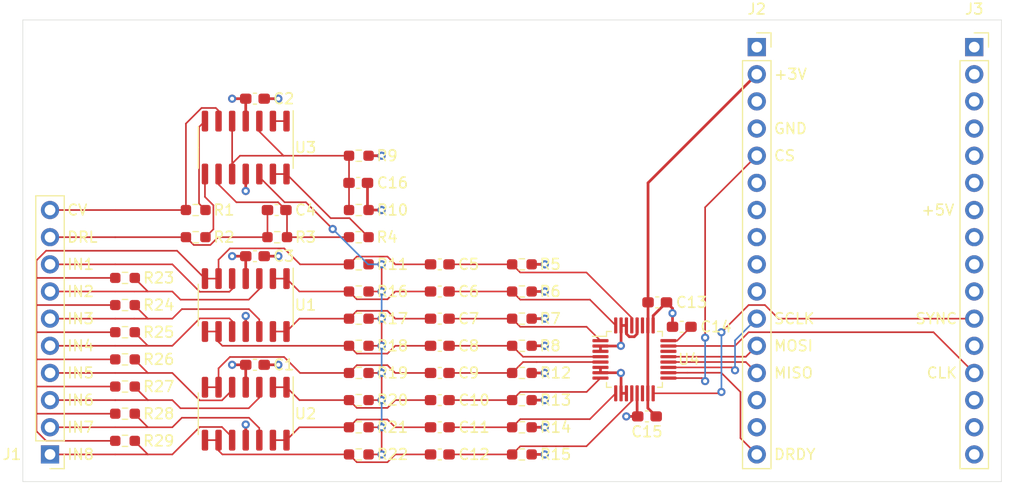
<source format=kicad_pcb>
(kicad_pcb (version 20171130) (host pcbnew 5.1.12-84ad8e8a86~92~ubuntu20.04.1)
  (layers (0 F.Cu signal) (1 In1.Cu power hide) (2 In2.Cu power hide) (31 B.Cu signal) (34 B.Paste user) (35 F.Paste user) (36 B.SilkS user) (37 F.SilkS user) (38 B.Mask user) (39 F.Mask user) (44 Edge.Cuts user))
  (net 0 "")
  (net 1 GND)
  (net 2 +5V)
  (net 3 /DRL)
  (net 4 /IN0_ADC)
  (net 5 /IN0_FILT)
  (net 6 /IN1_ADC)
  (net 7 /IN1_FILT)
  (net 8 /IN2_ADC)
  (net 9 /IN2_FILT)
  (net 10 /IN3_FILT)
  (net 11 /IN3_ADC)
  (net 12 /IN4_FILT)
  (net 13 /IN4_ADC)
  (net 14 /IN5_ADC)
  (net 15 /IN5_FILT)
  (net 16 /IN6_FILT)
  (net 17 /IN6_ADC)
  (net 18 /IN7_ADC)
  (net 19 /IN7_FILT)
  (net 20 +3V3)
  (net 21 "Net-(C14-Pad2)")
  (net 22 /2.5V_out)
  (net 23 "Net-(J2-Pad1)")
  (net 24 "Net-(J3-Pad1)")
  (net 25 "Net-(J3-Pad2)")
  (net 26 /2.5V_ref)
  (net 27 /VCM)
  (net 28 /IN0)
  (net 29 /IN1)
  (net 30 /IN2)
  (net 31 /IN3)
  (net 32 /IN7)
  (net 33 /IN6)
  (net 34 /IN5)
  (net 35 /IN4)
  (net 36 "Net-(U4-Pad14)")
  (net 37 SYNC)
  (net 38 /CS)
  (net 39 /DRDY)
  (net 40 SCLK)
  (net 41 MISO)
  (net 42 MOSI)
  (net 43 "Net-(U4-Pad22)")
  (net 44 CLK)
  (net 45 "Net-(U4-Pad27)")
  (net 46 "Net-(J2-Pad3)")
  (net 47 "Net-(J2-Pad6)")
  (net 48 "Net-(J2-Pad7)")
  (net 49 "Net-(J2-Pad8)")
  (net 50 "Net-(J2-Pad9)")
  (net 51 "Net-(J2-Pad10)")
  (net 52 "Net-(J2-Pad14)")
  (net 53 "Net-(J2-Pad15)")
  (net 54 "Net-(J3-Pad16)")
  (net 55 "Net-(J3-Pad15)")
  (net 56 "Net-(J3-Pad14)")
  (net 57 "Net-(J3-Pad12)")
  (net 58 "Net-(J3-Pad10)")
  (net 59 "Net-(J3-Pad9)")
  (net 60 "Net-(J3-Pad8)")
  (net 61 "Net-(J3-Pad6)")
  (net 62 "Net-(J3-Pad5)")
  (net 63 "Net-(J3-Pad4)")
  (net 64 "Net-(J3-Pad3)")
  (net 65 "Net-(C4-Pad1)")
  (net 66 "Net-(R1-Pad2)")
  (net 67 "Net-(R2-Pad1)")
  (net 68 "Net-(R4-Pad1)")
  (net 69 "Net-(U3-Pad1)")
  (module Package_SO:SOIC-14_3.9x8.7mm_P1.27mm (layer F.Cu) (at 112.268 77.978 270)
    (fp_text reference U3 (at 0 -5.588 180) (layer F.SilkS))
    (fp_text value LMV604MA_NOPB)
    (pad 1 smd roundrect (at -2.475 -3.81 270) (size 1.95 0.6) (layers F.Cu F.Paste F.Mask) (net 69 "Net-(U3-Pad1)"))
    (pad 2 smd roundrect (at -2.475 -2.54 270) (size 1.95 0.6) (layers F.Cu F.Paste F.Mask) (net 69 "Net-(U3-Pad1)"))
    (pad 3 smd roundrect (at -2.475 -1.27 270) (size 1.95 0.6) (layers F.Cu F.Paste F.Mask) (net 26 /2.5V_ref))
    (pad 4 smd roundrect (at -2.475 0 270) (size 1.95 0.6) (layers F.Cu F.Paste F.Mask) (net 2 +5V))
    (pad 5 smd roundrect (at -2.475 1.27 270) (size 1.95 0.6) (layers F.Cu F.Paste F.Mask) (net 26 /2.5V_ref))
    (pad 6 smd roundrect (at -2.475 2.54 270) (size 1.95 0.6) (layers F.Cu F.Paste F.Mask) (net 22 /2.5V_out))
    (pad 7 smd roundrect (at -2.475 3.81 270) (size 1.95 0.6) (layers F.Cu F.Paste F.Mask) (net 66 "Net-(R1-Pad2)"))
    (pad 8 smd roundrect (at 2.475 3.81 270) (size 1.95 0.6) (layers F.Cu F.Paste F.Mask) (net 67 "Net-(R2-Pad1)"))
    (pad 9 smd roundrect (at 2.475 2.54 270) (size 1.95 0.6) (layers F.Cu F.Paste F.Mask) (net 65 "Net-(C4-Pad1)"))
    (pad 10 smd roundrect (at 2.475 1.27 270) (size 1.95 0.6) (layers F.Cu F.Paste F.Mask) (net 26 /2.5V_ref))
    (pad 11 smd roundrect (at 2.475 0 270) (size 1.95 0.6) (layers F.Cu F.Paste F.Mask) (net 1 GND))
    (pad 12 smd roundrect (at 2.475 -1.27 270) (size 1.95 0.6) (layers F.Cu F.Paste F.Mask) (net 27 /VCM))
    (pad 13 smd roundrect (at 2.475 -2.54 270) (size 1.95 0.6) (layers F.Cu F.Paste F.Mask) (net 68 "Net-(R4-Pad1)"))
    (pad 14 smd roundrect (at 2.475 -3.81 270) (size 1.95 0.6) (layers F.Cu F.Paste F.Mask) (net 68 "Net-(R4-Pad1)"))
  )
  (module Package_SO:SOIC-14_3.9x8.7mm_P1.27mm (layer F.Cu) (at 112.268 102.87 270)
    (fp_text reference U2 (at 0 -5.588 180) (layer F.SilkS))
    (fp_text value LMV604MA_NOPB)
    (pad 14 smd roundrect (at 2.475 -3.81 270) (size 1.95 0.6) (layers F.Cu F.Paste F.Mask) (net 16 /IN6_FILT))
    (pad 13 smd roundrect (at 2.475 -2.54 270) (size 1.95 0.6) (layers F.Cu F.Paste F.Mask) (net 16 /IN6_FILT))
    (pad 12 smd roundrect (at 2.475 -1.27 270) (size 1.95 0.6) (layers F.Cu F.Paste F.Mask) (net 33 /IN6))
    (pad 11 smd roundrect (at 2.475 0 270) (size 1.95 0.6) (layers F.Cu F.Paste F.Mask) (net 1 GND))
    (pad 10 smd roundrect (at 2.475 1.27 270) (size 1.95 0.6) (layers F.Cu F.Paste F.Mask) (net 32 /IN7))
    (pad 9 smd roundrect (at 2.475 2.54 270) (size 1.95 0.6) (layers F.Cu F.Paste F.Mask) (net 19 /IN7_FILT))
    (pad 8 smd roundrect (at 2.475 3.81 270) (size 1.95 0.6) (layers F.Cu F.Paste F.Mask) (net 19 /IN7_FILT))
    (pad 7 smd roundrect (at -2.475 3.81 270) (size 1.95 0.6) (layers F.Cu F.Paste F.Mask) (net 12 /IN4_FILT))
    (pad 6 smd roundrect (at -2.475 2.54 270) (size 1.95 0.6) (layers F.Cu F.Paste F.Mask) (net 12 /IN4_FILT))
    (pad 5 smd roundrect (at -2.475 1.27 270) (size 1.95 0.6) (layers F.Cu F.Paste F.Mask) (net 35 /IN4))
    (pad 4 smd roundrect (at -2.475 0 270) (size 1.95 0.6) (layers F.Cu F.Paste F.Mask) (net 2 +5V))
    (pad 3 smd roundrect (at -2.475 -1.27 270) (size 1.95 0.6) (layers F.Cu F.Paste F.Mask) (net 34 /IN5))
    (pad 2 smd roundrect (at -2.475 -2.54 270) (size 1.95 0.6) (layers F.Cu F.Paste F.Mask) (net 15 /IN5_FILT))
    (pad 1 smd roundrect (at -2.475 -3.81 270) (size 1.95 0.6) (layers F.Cu F.Paste F.Mask) (net 15 /IN5_FILT))
  )
  (module Capacitor_SMD:C_0603_1608Metric_Pad1.08x0.95mm_HandSolder (layer F.Cu) (at 113.1305 98.298)
    (fp_text reference C1 (at 2.6935 0) (layer F.SilkS))
    (fp_text value 1uF)
    (pad 2 smd roundrect (at 0.8625 0) (size 1.075 0.95) (layers F.Cu F.Paste F.Mask) (net 1 GND))
    (pad 1 smd roundrect (at -0.8625 0) (size 1.075 0.95) (layers F.Cu F.Paste F.Mask) (net 2 +5V))
  )
  (module Capacitor_SMD:C_0603_1608Metric_Pad1.08x0.95mm_HandSolder (layer F.Cu) (at 113.1305 73.406)
    (fp_text reference C2 (at 2.6935 0) (layer F.SilkS))
    (fp_text value 1uF)
    (pad 2 smd roundrect (at 0.8625 0) (size 1.075 0.95) (layers F.Cu F.Paste F.Mask) (net 1 GND))
    (pad 1 smd roundrect (at -0.8625 0) (size 1.075 0.95) (layers F.Cu F.Paste F.Mask) (net 2 +5V))
  )
  (module Capacitor_SMD:C_0603_1608Metric_Pad1.08x0.95mm_HandSolder (layer F.Cu) (at 113.1305 88.138)
    (fp_text reference C3 (at 2.6935 0) (layer F.SilkS))
    (fp_text value 1uF)
    (pad 2 smd roundrect (at 0.8625 0) (size 1.075 0.95) (layers F.Cu F.Paste F.Mask) (net 1 GND))
    (pad 1 smd roundrect (at -0.8625 0) (size 1.075 0.95) (layers F.Cu F.Paste F.Mask) (net 2 +5V))
  )
  (module Capacitor_SMD:C_0603_1608Metric_Pad1.08x0.95mm_HandSolder (layer F.Cu) (at 115.1625 83.82 180)
    (fp_text reference C4 (at -2.6935 0) (layer F.SilkS))
    (fp_text value 10nF)
    (pad 1 smd roundrect (at -0.8625 0 180) (size 1.075 0.95) (layers F.Cu F.Paste F.Mask) (net 65 "Net-(C4-Pad1)"))
    (pad 2 smd roundrect (at 0.8625 0 180) (size 1.075 0.95) (layers F.Cu F.Paste F.Mask) (net 3 /DRL))
  )
  (module Capacitor_SMD:C_0603_1608Metric_Pad1.08x0.95mm_HandSolder (layer F.Cu) (at 130.4025 88.9 180)
    (fp_text reference C5 (at -2.6935 0) (layer F.SilkS))
    (fp_text value 10uF)
    (pad 1 smd roundrect (at -0.8625 0 180) (size 1.075 0.95) (layers F.Cu F.Paste F.Mask) (net 4 /IN0_ADC))
    (pad 2 smd roundrect (at 0.8625 0 180) (size 1.075 0.95) (layers F.Cu F.Paste F.Mask) (net 5 /IN0_FILT))
  )
  (module Capacitor_SMD:C_0603_1608Metric_Pad1.08x0.95mm_HandSolder (layer F.Cu) (at 130.4025 91.44 180)
    (fp_text reference C6 (at -2.6935 0) (layer F.SilkS))
    (fp_text value 10uF)
    (pad 1 smd roundrect (at -0.8625 0 180) (size 1.075 0.95) (layers F.Cu F.Paste F.Mask) (net 6 /IN1_ADC))
    (pad 2 smd roundrect (at 0.8625 0 180) (size 1.075 0.95) (layers F.Cu F.Paste F.Mask) (net 7 /IN1_FILT))
  )
  (module Capacitor_SMD:C_0603_1608Metric_Pad1.08x0.95mm_HandSolder (layer F.Cu) (at 130.4025 93.98 180)
    (fp_text reference C7 (at -2.6935 0) (layer F.SilkS))
    (fp_text value 10uF)
    (pad 1 smd roundrect (at -0.8625 0 180) (size 1.075 0.95) (layers F.Cu F.Paste F.Mask) (net 8 /IN2_ADC))
    (pad 2 smd roundrect (at 0.8625 0 180) (size 1.075 0.95) (layers F.Cu F.Paste F.Mask) (net 9 /IN2_FILT))
  )
  (module Capacitor_SMD:C_0603_1608Metric_Pad1.08x0.95mm_HandSolder (layer F.Cu) (at 130.4025 96.52 180)
    (fp_text reference C8 (at -2.6935 0) (layer F.SilkS))
    (fp_text value 10uF)
    (pad 2 smd roundrect (at 0.8625 0 180) (size 1.075 0.95) (layers F.Cu F.Paste F.Mask) (net 10 /IN3_FILT))
    (pad 1 smd roundrect (at -0.8625 0 180) (size 1.075 0.95) (layers F.Cu F.Paste F.Mask) (net 11 /IN3_ADC))
  )
  (module Capacitor_SMD:C_0603_1608Metric_Pad1.08x0.95mm_HandSolder (layer F.Cu) (at 130.4025 99.06 180)
    (fp_text reference C9 (at -2.6935 0) (layer F.SilkS))
    (fp_text value 10uF)
    (pad 2 smd roundrect (at 0.8625 0 180) (size 1.075 0.95) (layers F.Cu F.Paste F.Mask) (net 12 /IN4_FILT))
    (pad 1 smd roundrect (at -0.8625 0 180) (size 1.075 0.95) (layers F.Cu F.Paste F.Mask) (net 13 /IN4_ADC))
  )
  (module Capacitor_SMD:C_0603_1608Metric_Pad1.08x0.95mm_HandSolder (layer F.Cu) (at 130.4025 101.6 180)
    (fp_text reference C10 (at -3.2015 0) (layer F.SilkS))
    (fp_text value 10uF)
    (pad 1 smd roundrect (at -0.8625 0 180) (size 1.075 0.95) (layers F.Cu F.Paste F.Mask) (net 14 /IN5_ADC))
    (pad 2 smd roundrect (at 0.8625 0 180) (size 1.075 0.95) (layers F.Cu F.Paste F.Mask) (net 15 /IN5_FILT))
  )
  (module Capacitor_SMD:C_0603_1608Metric_Pad1.08x0.95mm_HandSolder (layer F.Cu) (at 130.4025 104.14 180)
    (fp_text reference C11 (at -3.2015 0) (layer F.SilkS))
    (fp_text value 10uF)
    (pad 2 smd roundrect (at 0.8625 0 180) (size 1.075 0.95) (layers F.Cu F.Paste F.Mask) (net 16 /IN6_FILT))
    (pad 1 smd roundrect (at -0.8625 0 180) (size 1.075 0.95) (layers F.Cu F.Paste F.Mask) (net 17 /IN6_ADC))
  )
  (module Capacitor_SMD:C_0603_1608Metric_Pad1.08x0.95mm_HandSolder (layer F.Cu) (at 130.4025 106.68 180)
    (fp_text reference C12 (at -3.2015 0) (layer F.SilkS))
    (fp_text value 10uF)
    (pad 1 smd roundrect (at -0.8625 0 180) (size 1.075 0.95) (layers F.Cu F.Paste F.Mask) (net 18 /IN7_ADC))
    (pad 2 smd roundrect (at 0.8625 0 180) (size 1.075 0.95) (layers F.Cu F.Paste F.Mask) (net 19 /IN7_FILT))
  )
  (module Capacitor_SMD:C_0603_1608Metric_Pad1.08x0.95mm_HandSolder (layer F.Cu) (at 150.7225 92.456)
    (fp_text reference C13 (at 3.2015 0) (layer F.SilkS))
    (fp_text value 1uF)
    (pad 1 smd roundrect (at -0.8625 0) (size 1.075 0.95) (layers F.Cu F.Paste F.Mask) (net 20 +3V3))
    (pad 2 smd roundrect (at 0.8625 0) (size 1.075 0.95) (layers F.Cu F.Paste F.Mask) (net 1 GND))
  )
  (module Capacitor_SMD:C_0603_1608Metric_Pad1.08x0.95mm_HandSolder (layer F.Cu) (at 153.0085 94.742)
    (fp_text reference C14 (at 3.2015 0) (layer F.SilkS))
    (fp_text value 220nF)
    (pad 2 smd roundrect (at 0.8625 0) (size 1.075 0.95) (layers F.Cu F.Paste F.Mask) (net 21 "Net-(C14-Pad2)"))
    (pad 1 smd roundrect (at -0.8625 0) (size 1.075 0.95) (layers F.Cu F.Paste F.Mask) (net 1 GND))
  )
  (module Resistor_SMD:R_0603_1608Metric_Pad0.98x0.95mm_HandSolder (layer F.Cu) (at 107.5925 83.82)
    (fp_text reference R1 (at 2.6435 0) (layer F.SilkS))
    (fp_text value 1k)
    (pad 1 smd roundrect (at -0.9125 0) (size 0.975 0.95) (layers F.Cu F.Paste F.Mask) (net 22 /2.5V_out))
    (pad 2 smd roundrect (at 0.9125 0) (size 0.975 0.95) (layers F.Cu F.Paste F.Mask) (net 66 "Net-(R1-Pad2)"))
  )
  (module Resistor_SMD:R_0603_1608Metric_Pad0.98x0.95mm_HandSolder (layer F.Cu) (at 107.5925 86.36 180)
    (fp_text reference R2 (at -2.6435 0) (layer F.SilkS))
    (fp_text value 1k)
    (pad 2 smd roundrect (at 0.9125 0 180) (size 0.975 0.95) (layers F.Cu F.Paste F.Mask) (net 3 /DRL))
    (pad 1 smd roundrect (at -0.9125 0 180) (size 0.975 0.95) (layers F.Cu F.Paste F.Mask) (net 67 "Net-(R2-Pad1)"))
  )
  (module Resistor_SMD:R_0603_1608Metric_Pad0.98x0.95mm_HandSolder (layer F.Cu) (at 115.2125 86.36 180)
    (fp_text reference R3 (at -2.6435 0) (layer F.SilkS))
    (fp_text value 255k)
    (pad 2 smd roundrect (at 0.9125 0 180) (size 0.975 0.95) (layers F.Cu F.Paste F.Mask) (net 3 /DRL))
    (pad 1 smd roundrect (at -0.9125 0 180) (size 0.975 0.95) (layers F.Cu F.Paste F.Mask) (net 65 "Net-(C4-Pad1)"))
  )
  (module Resistor_SMD:R_0603_1608Metric_Pad0.98x0.95mm_HandSolder (layer F.Cu) (at 122.8325 86.36 180)
    (fp_text reference R4 (at -2.6435 0) (layer F.SilkS))
    (fp_text value 1k)
    (pad 1 smd roundrect (at -0.9125 0 180) (size 0.975 0.95) (layers F.Cu F.Paste F.Mask) (net 68 "Net-(R4-Pad1)"))
    (pad 2 smd roundrect (at 0.9125 0 180) (size 0.975 0.95) (layers F.Cu F.Paste F.Mask) (net 65 "Net-(C4-Pad1)"))
  )
  (module Resistor_SMD:R_0603_1608Metric_Pad0.98x0.95mm_HandSolder (layer F.Cu) (at 138.0725 88.9)
    (fp_text reference R5 (at 2.6435 0) (layer F.SilkS))
    (fp_text value 50k)
    (pad 1 smd roundrect (at -0.9125 0) (size 0.975 0.95) (layers F.Cu F.Paste F.Mask) (net 4 /IN0_ADC))
    (pad 2 smd roundrect (at 0.9125 0) (size 0.975 0.95) (layers F.Cu F.Paste F.Mask) (net 1 GND))
  )
  (module Resistor_SMD:R_0603_1608Metric_Pad0.98x0.95mm_HandSolder (layer F.Cu) (at 138.0725 91.44)
    (fp_text reference R6 (at 2.6435 0) (layer F.SilkS))
    (fp_text value 50k)
    (pad 2 smd roundrect (at 0.9125 0) (size 0.975 0.95) (layers F.Cu F.Paste F.Mask) (net 1 GND))
    (pad 1 smd roundrect (at -0.9125 0) (size 0.975 0.95) (layers F.Cu F.Paste F.Mask) (net 6 /IN1_ADC))
  )
  (module Resistor_SMD:R_0603_1608Metric_Pad0.98x0.95mm_HandSolder (layer F.Cu) (at 138.0725 93.98)
    (fp_text reference R7 (at 2.6435 0) (layer F.SilkS))
    (fp_text value 50k)
    (pad 2 smd roundrect (at 0.9125 0) (size 0.975 0.95) (layers F.Cu F.Paste F.Mask) (net 1 GND))
    (pad 1 smd roundrect (at -0.9125 0) (size 0.975 0.95) (layers F.Cu F.Paste F.Mask) (net 8 /IN2_ADC))
  )
  (module Resistor_SMD:R_0603_1608Metric_Pad0.98x0.95mm_HandSolder (layer F.Cu) (at 138.0725 96.52)
    (fp_text reference R8 (at 2.6435 0) (layer F.SilkS))
    (fp_text value 50k)
    (pad 1 smd roundrect (at -0.9125 0) (size 0.975 0.95) (layers F.Cu F.Paste F.Mask) (net 11 /IN3_ADC))
    (pad 2 smd roundrect (at 0.9125 0) (size 0.975 0.95) (layers F.Cu F.Paste F.Mask) (net 1 GND))
  )
  (module Resistor_SMD:R_0603_1608Metric_Pad0.98x0.95mm_HandSolder (layer F.Cu) (at 122.8325 78.74 180)
    (fp_text reference R9 (at -2.6435 0) (layer F.SilkS))
    (fp_text value 255k)
    (pad 2 smd roundrect (at 0.9125 0 180) (size 0.975 0.95) (layers F.Cu F.Paste F.Mask) (net 26 /2.5V_ref))
    (pad 1 smd roundrect (at -0.9125 0 180) (size 0.975 0.95) (layers F.Cu F.Paste F.Mask) (net 2 +5V))
  )
  (module Resistor_SMD:R_0603_1608Metric_Pad0.98x0.95mm_HandSolder (layer F.Cu) (at 122.8325 83.82)
    (fp_text reference R10 (at 3.1515 0) (layer F.SilkS))
    (fp_text value 255k)
    (pad 1 smd roundrect (at -0.9125 0) (size 0.975 0.95) (layers F.Cu F.Paste F.Mask) (net 26 /2.5V_ref))
    (pad 2 smd roundrect (at 0.9125 0) (size 0.975 0.95) (layers F.Cu F.Paste F.Mask) (net 1 GND))
  )
  (module Resistor_SMD:R_0603_1608Metric_Pad0.98x0.95mm_HandSolder (layer F.Cu) (at 122.8325 88.9)
    (fp_text reference R11 (at 3.1515 0) (layer F.SilkS))
    (fp_text value 255k)
    (pad 1 smd roundrect (at -0.9125 0) (size 0.975 0.95) (layers F.Cu F.Paste F.Mask) (net 5 /IN0_FILT))
    (pad 2 smd roundrect (at 0.9125 0) (size 0.975 0.95) (layers F.Cu F.Paste F.Mask) (net 27 /VCM))
  )
  (module Resistor_SMD:R_0603_1608Metric_Pad0.98x0.95mm_HandSolder (layer F.Cu) (at 138.0725 99.06)
    (fp_text reference R12 (at 3.1515 0) (layer F.SilkS))
    (fp_text value 50k)
    (pad 2 smd roundrect (at 0.9125 0) (size 0.975 0.95) (layers F.Cu F.Paste F.Mask) (net 1 GND))
    (pad 1 smd roundrect (at -0.9125 0) (size 0.975 0.95) (layers F.Cu F.Paste F.Mask) (net 13 /IN4_ADC))
  )
  (module Resistor_SMD:R_0603_1608Metric_Pad0.98x0.95mm_HandSolder (layer F.Cu) (at 138.0725 101.6)
    (fp_text reference R13 (at 3.1515 0) (layer F.SilkS))
    (fp_text value 50k)
    (pad 1 smd roundrect (at -0.9125 0) (size 0.975 0.95) (layers F.Cu F.Paste F.Mask) (net 14 /IN5_ADC))
    (pad 2 smd roundrect (at 0.9125 0) (size 0.975 0.95) (layers F.Cu F.Paste F.Mask) (net 1 GND))
  )
  (module Resistor_SMD:R_0603_1608Metric_Pad0.98x0.95mm_HandSolder (layer F.Cu) (at 138.0725 104.14)
    (fp_text reference R14 (at 3.1515 0) (layer F.SilkS))
    (fp_text value 50k)
    (pad 2 smd roundrect (at 0.9125 0) (size 0.975 0.95) (layers F.Cu F.Paste F.Mask) (net 1 GND))
    (pad 1 smd roundrect (at -0.9125 0) (size 0.975 0.95) (layers F.Cu F.Paste F.Mask) (net 17 /IN6_ADC))
  )
  (module Resistor_SMD:R_0603_1608Metric_Pad0.98x0.95mm_HandSolder (layer F.Cu) (at 138.0725 106.68)
    (fp_text reference R15 (at 3.1515 0) (layer F.SilkS))
    (fp_text value 50k)
    (pad 1 smd roundrect (at -0.9125 0) (size 0.975 0.95) (layers F.Cu F.Paste F.Mask) (net 18 /IN7_ADC))
    (pad 2 smd roundrect (at 0.9125 0) (size 0.975 0.95) (layers F.Cu F.Paste F.Mask) (net 1 GND))
  )
  (module Resistor_SMD:R_0603_1608Metric_Pad0.98x0.95mm_HandSolder (layer F.Cu) (at 122.8325 91.44)
    (fp_text reference R16 (at 3.1515 0) (layer F.SilkS))
    (fp_text value 255k)
    (pad 2 smd roundrect (at 0.9125 0) (size 0.975 0.95) (layers F.Cu F.Paste F.Mask) (net 27 /VCM))
    (pad 1 smd roundrect (at -0.9125 0) (size 0.975 0.95) (layers F.Cu F.Paste F.Mask) (net 7 /IN1_FILT))
  )
  (module Resistor_SMD:R_0603_1608Metric_Pad0.98x0.95mm_HandSolder (layer F.Cu) (at 122.8325 93.98)
    (fp_text reference R17 (at 3.1515 0) (layer F.SilkS))
    (fp_text value 255k)
    (pad 2 smd roundrect (at 0.9125 0) (size 0.975 0.95) (layers F.Cu F.Paste F.Mask) (net 27 /VCM))
    (pad 1 smd roundrect (at -0.9125 0) (size 0.975 0.95) (layers F.Cu F.Paste F.Mask) (net 9 /IN2_FILT))
  )
  (module Resistor_SMD:R_0603_1608Metric_Pad0.98x0.95mm_HandSolder (layer F.Cu) (at 122.8325 96.52)
    (fp_text reference R18 (at 3.1515 0) (layer F.SilkS))
    (fp_text value 255k)
    (pad 1 smd roundrect (at -0.9125 0) (size 0.975 0.95) (layers F.Cu F.Paste F.Mask) (net 10 /IN3_FILT))
    (pad 2 smd roundrect (at 0.9125 0) (size 0.975 0.95) (layers F.Cu F.Paste F.Mask) (net 27 /VCM))
  )
  (module Resistor_SMD:R_0603_1608Metric_Pad0.98x0.95mm_HandSolder (layer F.Cu) (at 122.8325 99.06)
    (fp_text reference R19 (at 3.1515 0) (layer F.SilkS))
    (fp_text value 255k)
    (pad 2 smd roundrect (at 0.9125 0) (size 0.975 0.95) (layers F.Cu F.Paste F.Mask) (net 27 /VCM))
    (pad 1 smd roundrect (at -0.9125 0) (size 0.975 0.95) (layers F.Cu F.Paste F.Mask) (net 12 /IN4_FILT))
  )
  (module Resistor_SMD:R_0603_1608Metric_Pad0.98x0.95mm_HandSolder (layer F.Cu) (at 122.8325 101.6)
    (fp_text reference R20 (at 3.1515 0) (layer F.SilkS))
    (fp_text value 255k)
    (pad 1 smd roundrect (at -0.9125 0) (size 0.975 0.95) (layers F.Cu F.Paste F.Mask) (net 15 /IN5_FILT))
    (pad 2 smd roundrect (at 0.9125 0) (size 0.975 0.95) (layers F.Cu F.Paste F.Mask) (net 27 /VCM))
  )
  (module Resistor_SMD:R_0603_1608Metric_Pad0.98x0.95mm_HandSolder (layer F.Cu) (at 122.8325 104.14)
    (fp_text reference R21 (at 3.1515 0) (layer F.SilkS))
    (fp_text value 255k)
    (pad 2 smd roundrect (at 0.9125 0) (size 0.975 0.95) (layers F.Cu F.Paste F.Mask) (net 27 /VCM))
    (pad 1 smd roundrect (at -0.9125 0) (size 0.975 0.95) (layers F.Cu F.Paste F.Mask) (net 16 /IN6_FILT))
  )
  (module Resistor_SMD:R_0603_1608Metric_Pad0.98x0.95mm_HandSolder (layer F.Cu) (at 122.8325 106.68)
    (fp_text reference R22 (at 3.1515 0) (layer F.SilkS))
    (fp_text value 255k)
    (pad 1 smd roundrect (at -0.9125 0) (size 0.975 0.95) (layers F.Cu F.Paste F.Mask) (net 19 /IN7_FILT))
    (pad 2 smd roundrect (at 0.9125 0) (size 0.975 0.95) (layers F.Cu F.Paste F.Mask) (net 27 /VCM))
  )
  (module Package_SO:SOIC-14_3.9x8.7mm_P1.27mm (layer F.Cu) (at 112.268 92.71 270)
    (fp_text reference U1 (at 0 -5.588 180) (layer F.SilkS))
    (fp_text value LMV604MA_NOPB)
    (pad 1 smd roundrect (at -2.475 -3.81 270) (size 1.95 0.6) (layers F.Cu F.Paste F.Mask) (net 7 /IN1_FILT))
    (pad 2 smd roundrect (at -2.475 -2.54 270) (size 1.95 0.6) (layers F.Cu F.Paste F.Mask) (net 7 /IN1_FILT))
    (pad 3 smd roundrect (at -2.475 -1.27 270) (size 1.95 0.6) (layers F.Cu F.Paste F.Mask) (net 29 /IN1))
    (pad 4 smd roundrect (at -2.475 0 270) (size 1.95 0.6) (layers F.Cu F.Paste F.Mask) (net 2 +5V))
    (pad 5 smd roundrect (at -2.475 1.27 270) (size 1.95 0.6) (layers F.Cu F.Paste F.Mask) (net 28 /IN0))
    (pad 6 smd roundrect (at -2.475 2.54 270) (size 1.95 0.6) (layers F.Cu F.Paste F.Mask) (net 5 /IN0_FILT))
    (pad 7 smd roundrect (at -2.475 3.81 270) (size 1.95 0.6) (layers F.Cu F.Paste F.Mask) (net 5 /IN0_FILT))
    (pad 8 smd roundrect (at 2.475 3.81 270) (size 1.95 0.6) (layers F.Cu F.Paste F.Mask) (net 10 /IN3_FILT))
    (pad 9 smd roundrect (at 2.475 2.54 270) (size 1.95 0.6) (layers F.Cu F.Paste F.Mask) (net 10 /IN3_FILT))
    (pad 10 smd roundrect (at 2.475 1.27 270) (size 1.95 0.6) (layers F.Cu F.Paste F.Mask) (net 31 /IN3))
    (pad 11 smd roundrect (at 2.475 0 270) (size 1.95 0.6) (layers F.Cu F.Paste F.Mask) (net 1 GND))
    (pad 12 smd roundrect (at 2.475 -1.27 270) (size 1.95 0.6) (layers F.Cu F.Paste F.Mask) (net 30 /IN2))
    (pad 13 smd roundrect (at 2.475 -2.54 270) (size 1.95 0.6) (layers F.Cu F.Paste F.Mask) (net 9 /IN2_FILT))
    (pad 14 smd roundrect (at 2.475 -3.81 270) (size 1.95 0.6) (layers F.Cu F.Paste F.Mask) (net 9 /IN2_FILT))
  )
  (module Package_QFP:LQFP-32_5x5mm_P0.5mm (layer F.Cu) (at 148.59 97.79)
    (fp_text reference U4 (at 5.08 0) (layer F.SilkS))
    (fp_text value ADS131M08IPBS)
    (pad 1 smd roundrect (at -3.175 -1.75) (size 1.5 0.3) (layers F.Cu F.Paste F.Mask) (net 8 /IN2_ADC))
    (pad 2 smd roundrect (at -3.175 -1.25) (size 1.5 0.3) (layers F.Cu F.Paste F.Mask) (net 1 GND))
    (pad 3 smd roundrect (at -3.175 -0.75) (size 1.5 0.3) (layers F.Cu F.Paste F.Mask) (net 1 GND))
    (pad 4 smd roundrect (at -3.175 -0.25) (size 1.5 0.3) (layers F.Cu F.Paste F.Mask) (net 11 /IN3_ADC))
    (pad 5 smd roundrect (at -3.175 0.25) (size 1.5 0.3) (layers F.Cu F.Paste F.Mask) (net 13 /IN4_ADC))
    (pad 6 smd roundrect (at -3.175 0.75) (size 1.5 0.3) (layers F.Cu F.Paste F.Mask) (net 1 GND))
    (pad 7 smd roundrect (at -3.175 1.25) (size 1.5 0.3) (layers F.Cu F.Paste F.Mask) (net 1 GND))
    (pad 8 smd roundrect (at -3.175 1.75) (size 1.5 0.3) (layers F.Cu F.Paste F.Mask) (net 14 /IN5_ADC))
    (pad 9 smd roundrect (at -1.75 3.175) (size 0.3 1.5) (layers F.Cu F.Paste F.Mask) (net 17 /IN6_ADC))
    (pad 10 smd roundrect (at -1.25 3.175) (size 0.3 1.5) (layers F.Cu F.Paste F.Mask) (net 1 GND))
    (pad 11 smd roundrect (at -0.75 3.175) (size 0.3 1.5) (layers F.Cu F.Paste F.Mask) (net 1 GND))
    (pad 12 smd roundrect (at -0.25 3.175) (size 0.3 1.5) (layers F.Cu F.Paste F.Mask) (net 18 /IN7_ADC))
    (pad 13 smd roundrect (at 0.25 3.175) (size 0.3 1.5) (layers F.Cu F.Paste F.Mask) (net 1 GND))
    (pad 14 smd roundrect (at 0.75 3.175) (size 0.3 1.5) (layers F.Cu F.Paste F.Mask) (net 36 "Net-(U4-Pad14)"))
    (pad 15 smd roundrect (at 1.25 3.175) (size 0.3 1.5) (layers F.Cu F.Paste F.Mask) (net 20 +3V3))
    (pad 16 smd roundrect (at 1.75 3.175) (size 0.3 1.5) (layers F.Cu F.Paste F.Mask) (net 37 SYNC))
    (pad 17 smd roundrect (at 3.175 1.75) (size 1.5 0.3) (layers F.Cu F.Paste F.Mask) (net 38 /CS))
    (pad 18 smd roundrect (at 3.175 1.25) (size 1.5 0.3) (layers F.Cu F.Paste F.Mask) (net 39 /DRDY))
    (pad 19 smd roundrect (at 3.175 0.75) (size 1.5 0.3) (layers F.Cu F.Paste F.Mask) (net 40 SCLK))
    (pad 20 smd roundrect (at 3.175 0.25) (size 1.5 0.3) (layers F.Cu F.Paste F.Mask) (net 41 MISO))
    (pad 21 smd roundrect (at 3.175 -0.25) (size 1.5 0.3) (layers F.Cu F.Paste F.Mask) (net 42 MOSI))
    (pad 22 smd roundrect (at 3.175 -0.75) (size 1.5 0.3) (layers F.Cu F.Paste F.Mask) (net 43 "Net-(U4-Pad22)"))
    (pad 23 smd roundrect (at 3.175 -1.25) (size 1.5 0.3) (layers F.Cu F.Paste F.Mask) (net 44 CLK))
    (pad 24 smd roundrect (at 3.175 -1.75) (size 1.5 0.3) (layers F.Cu F.Paste F.Mask) (net 21 "Net-(C14-Pad2)"))
    (pad 25 smd roundrect (at 1.75 -3.175) (size 0.3 1.5) (layers F.Cu F.Paste F.Mask) (net 1 GND))
    (pad 26 smd roundrect (at 1.25 -3.175) (size 0.3 1.5) (layers F.Cu F.Paste F.Mask) (net 20 +3V3))
    (pad 27 smd roundrect (at 0.75 -3.175) (size 0.3 1.5) (layers F.Cu F.Paste F.Mask) (net 45 "Net-(U4-Pad27)"))
    (pad 28 smd roundrect (at 0.25 -3.175) (size 0.3 1.5) (layers F.Cu F.Paste F.Mask) (net 1 GND))
    (pad 29 smd roundrect (at -0.25 -3.175) (size 0.3 1.5) (layers F.Cu F.Paste F.Mask) (net 4 /IN0_ADC))
    (pad 30 smd roundrect (at -0.75 -3.175) (size 0.3 1.5) (layers F.Cu F.Paste F.Mask) (net 1 GND))
    (pad 31 smd roundrect (at -1.25 -3.175) (size 0.3 1.5) (layers F.Cu F.Paste F.Mask) (net 1 GND))
    (pad 32 smd roundrect (at -1.75 -3.175) (size 0.3 1.5) (layers F.Cu F.Paste F.Mask) (net 6 /IN1_ADC))
  )
  (module Connector_PinSocket_2.54mm:PinSocket_1x16_P2.54mm_Vertical (layer F.Cu) (at 160.02 68.58)
    (fp_text reference J2 (at 0 -3.556) (layer F.SilkS))
    (fp_text value Conn_01x16)
    (pad 1 thru_hole rect (at 0 0) (size 1.7 1.7) (drill 1) (layers *.Cu *.Mask) (net 23 "Net-(J2-Pad1)"))
    (pad 2 thru_hole oval (at 0 2.54) (size 1.7 1.7) (drill 1) (layers *.Cu *.Mask) (net 20 +3V3))
    (pad 3 thru_hole oval (at 0 5.08) (size 1.7 1.7) (drill 1) (layers *.Cu *.Mask) (net 46 "Net-(J2-Pad3)"))
    (pad 4 thru_hole oval (at 0 7.62) (size 1.7 1.7) (drill 1) (layers *.Cu *.Mask) (net 1 GND))
    (pad 5 thru_hole oval (at 0 10.16) (size 1.7 1.7) (drill 1) (layers *.Cu *.Mask) (net 38 /CS))
    (pad 6 thru_hole oval (at 0 12.7) (size 1.7 1.7) (drill 1) (layers *.Cu *.Mask) (net 47 "Net-(J2-Pad6)"))
    (pad 7 thru_hole oval (at 0 15.24) (size 1.7 1.7) (drill 1) (layers *.Cu *.Mask) (net 48 "Net-(J2-Pad7)"))
    (pad 8 thru_hole oval (at 0 17.78) (size 1.7 1.7) (drill 1) (layers *.Cu *.Mask) (net 49 "Net-(J2-Pad8)"))
    (pad 9 thru_hole oval (at 0 20.32) (size 1.7 1.7) (drill 1) (layers *.Cu *.Mask) (net 50 "Net-(J2-Pad9)"))
    (pad 10 thru_hole oval (at 0 22.86) (size 1.7 1.7) (drill 1) (layers *.Cu *.Mask) (net 51 "Net-(J2-Pad10)"))
    (pad 11 thru_hole oval (at 0 25.4) (size 1.7 1.7) (drill 1) (layers *.Cu *.Mask) (net 40 SCLK))
    (pad 12 thru_hole oval (at 0 27.94) (size 1.7 1.7) (drill 1) (layers *.Cu *.Mask) (net 42 MOSI))
    (pad 13 thru_hole oval (at 0 30.48) (size 1.7 1.7) (drill 1) (layers *.Cu *.Mask) (net 41 MISO))
    (pad 14 thru_hole oval (at 0 33.02) (size 1.7 1.7) (drill 1) (layers *.Cu *.Mask) (net 52 "Net-(J2-Pad14)"))
    (pad 15 thru_hole oval (at 0 35.56) (size 1.7 1.7) (drill 1) (layers *.Cu *.Mask) (net 53 "Net-(J2-Pad15)"))
    (pad 16 thru_hole oval (at 0 38.1) (size 1.7 1.7) (drill 1) (layers *.Cu *.Mask) (net 39 /DRDY))
  )
  (module Connector_PinSocket_2.54mm:PinSocket_1x16_P2.54mm_Vertical (layer F.Cu) (at 180.34 68.58)
    (fp_text reference J3 (at 0 -3.556) (layer F.SilkS))
    (fp_text value Conn_01x16)
    (pad 16 thru_hole oval (at 0 38.1) (size 1.7 1.7) (drill 1) (layers *.Cu *.Mask) (net 54 "Net-(J3-Pad16)"))
    (pad 15 thru_hole oval (at 0 35.56) (size 1.7 1.7) (drill 1) (layers *.Cu *.Mask) (net 55 "Net-(J3-Pad15)"))
    (pad 14 thru_hole oval (at 0 33.02) (size 1.7 1.7) (drill 1) (layers *.Cu *.Mask) (net 56 "Net-(J3-Pad14)"))
    (pad 13 thru_hole oval (at 0 30.48) (size 1.7 1.7) (drill 1) (layers *.Cu *.Mask) (net 44 CLK))
    (pad 12 thru_hole oval (at 0 27.94) (size 1.7 1.7) (drill 1) (layers *.Cu *.Mask) (net 57 "Net-(J3-Pad12)"))
    (pad 11 thru_hole oval (at 0 25.4) (size 1.7 1.7) (drill 1) (layers *.Cu *.Mask) (net 37 SYNC))
    (pad 10 thru_hole oval (at 0 22.86) (size 1.7 1.7) (drill 1) (layers *.Cu *.Mask) (net 58 "Net-(J3-Pad10)"))
    (pad 9 thru_hole oval (at 0 20.32) (size 1.7 1.7) (drill 1) (layers *.Cu *.Mask) (net 59 "Net-(J3-Pad9)"))
    (pad 8 thru_hole oval (at 0 17.78) (size 1.7 1.7) (drill 1) (layers *.Cu *.Mask) (net 60 "Net-(J3-Pad8)"))
    (pad 7 thru_hole oval (at 0 15.24) (size 1.7 1.7) (drill 1) (layers *.Cu *.Mask) (net 2 +5V))
    (pad 6 thru_hole oval (at 0 12.7) (size 1.7 1.7) (drill 1) (layers *.Cu *.Mask) (net 61 "Net-(J3-Pad6)"))
    (pad 5 thru_hole oval (at 0 10.16) (size 1.7 1.7) (drill 1) (layers *.Cu *.Mask) (net 62 "Net-(J3-Pad5)"))
    (pad 4 thru_hole oval (at 0 7.62) (size 1.7 1.7) (drill 1) (layers *.Cu *.Mask) (net 63 "Net-(J3-Pad4)"))
    (pad 3 thru_hole oval (at 0 5.08) (size 1.7 1.7) (drill 1) (layers *.Cu *.Mask) (net 64 "Net-(J3-Pad3)"))
    (pad 2 thru_hole oval (at 0 2.54) (size 1.7 1.7) (drill 1) (layers *.Cu *.Mask) (net 25 "Net-(J3-Pad2)"))
    (pad 1 thru_hole rect (at 0 0) (size 1.7 1.7) (drill 1) (layers *.Cu *.Mask) (net 24 "Net-(J3-Pad1)"))
  )
  (module Capacitor_SMD:C_0603_1608Metric_Pad1.08x0.95mm_HandSolder (layer F.Cu) (at 149.7565 103.124 180)
    (fp_text reference C15 (at 0 -1.43) (layer F.SilkS))
    (fp_text value 1uF)
    (pad 1 smd roundrect (at -0.8625 0 180) (size 1.075 0.95) (layers F.Cu F.Paste F.Mask) (net 20 +3V3))
    (pad 2 smd roundrect (at 0.8625 0 180) (size 1.075 0.95) (layers F.Cu F.Paste F.Mask) (net 1 GND))
  )
  (module Connector_PinHeader_2.54mm:PinHeader_1x10_P2.54mm_Vertical (layer F.Cu) (at 93.98 106.68 180)
    (fp_text reference J1 (at 3.556 0) (layer F.SilkS))
    (fp_text value Conn_01x10)
    (pad 1 thru_hole rect (at 0 0 180) (size 1.7 1.7) (drill 1) (layers *.Cu *.Mask) (net 32 /IN7))
    (pad 2 thru_hole oval (at 0 2.54 180) (size 1.7 1.7) (drill 1) (layers *.Cu *.Mask) (net 33 /IN6))
    (pad 3 thru_hole oval (at 0 5.08 180) (size 1.7 1.7) (drill 1) (layers *.Cu *.Mask) (net 34 /IN5))
    (pad 4 thru_hole oval (at 0 7.62 180) (size 1.7 1.7) (drill 1) (layers *.Cu *.Mask) (net 35 /IN4))
    (pad 5 thru_hole oval (at 0 10.16 180) (size 1.7 1.7) (drill 1) (layers *.Cu *.Mask) (net 31 /IN3))
    (pad 6 thru_hole oval (at 0 12.7 180) (size 1.7 1.7) (drill 1) (layers *.Cu *.Mask) (net 30 /IN2))
    (pad 7 thru_hole oval (at 0 15.24 180) (size 1.7 1.7) (drill 1) (layers *.Cu *.Mask) (net 29 /IN1))
    (pad 8 thru_hole oval (at 0 17.78 180) (size 1.7 1.7) (drill 1) (layers *.Cu *.Mask) (net 28 /IN0))
    (pad 9 thru_hole oval (at 0 20.32 180) (size 1.7 1.7) (drill 1) (layers *.Cu *.Mask) (net 3 /DRL))
    (pad 10 thru_hole oval (at 0 22.86 180) (size 1.7 1.7) (drill 1) (layers *.Cu *.Mask) (net 22 /2.5V_out))
  )
  (module Capacitor_SMD:C_0603_1608Metric_Pad1.08x0.95mm_HandSolder (layer F.Cu) (at 122.7825 81.28)
    (fp_text reference C16 (at 3.2015 0) (layer F.SilkS))
    (fp_text value 10uF)
    (pad 1 smd roundrect (at -0.8625 0) (size 1.075 0.95) (layers F.Cu F.Paste F.Mask) (net 26 /2.5V_ref))
    (pad 2 smd roundrect (at 0.8625 0) (size 1.075 0.95) (layers F.Cu F.Paste F.Mask) (net 1 GND))
  )
  (module Resistor_SMD:R_0603_1608Metric_Pad0.98x0.95mm_HandSolder (layer F.Cu) (at 100.9885 90.17 180)
    (fp_text reference R23 (at -3.1515 0) (layer F.SilkS))
    (fp_text value 1M)
    (pad 2 smd roundrect (at 0.9125 0 180) (size 0.975 0.95) (layers F.Cu F.Paste F.Mask) (net 5 /IN0_FILT))
    (pad 1 smd roundrect (at -0.9125 0 180) (size 0.975 0.95) (layers F.Cu F.Paste F.Mask) (net 29 /IN1))
  )
  (module Resistor_SMD:R_0603_1608Metric_Pad0.98x0.95mm_HandSolder (layer F.Cu) (at 100.9885 92.71 180)
    (fp_text reference R24 (at -3.1515 0) (layer F.SilkS))
    (fp_text value 1M)
    (pad 1 smd roundrect (at -0.9125 0 180) (size 0.975 0.95) (layers F.Cu F.Paste F.Mask) (net 30 /IN2))
    (pad 2 smd roundrect (at 0.9125 0 180) (size 0.975 0.95) (layers F.Cu F.Paste F.Mask) (net 5 /IN0_FILT))
  )
  (module Resistor_SMD:R_0603_1608Metric_Pad0.98x0.95mm_HandSolder (layer F.Cu) (at 100.9885 95.25 180)
    (fp_text reference R25 (at -3.1515 0) (layer F.SilkS))
    (fp_text value 1M)
    (pad 1 smd roundrect (at -0.9125 0 180) (size 0.975 0.95) (layers F.Cu F.Paste F.Mask) (net 31 /IN3))
    (pad 2 smd roundrect (at 0.9125 0 180) (size 0.975 0.95) (layers F.Cu F.Paste F.Mask) (net 5 /IN0_FILT))
  )
  (module Resistor_SMD:R_0603_1608Metric_Pad0.98x0.95mm_HandSolder (layer F.Cu) (at 100.9885 97.79 180)
    (fp_text reference R26 (at -3.1515 0) (layer F.SilkS))
    (fp_text value 1M)
    (pad 1 smd roundrect (at -0.9125 0 180) (size 0.975 0.95) (layers F.Cu F.Paste F.Mask) (net 35 /IN4))
    (pad 2 smd roundrect (at 0.9125 0 180) (size 0.975 0.95) (layers F.Cu F.Paste F.Mask) (net 5 /IN0_FILT))
  )
  (module Resistor_SMD:R_0603_1608Metric_Pad0.98x0.95mm_HandSolder (layer F.Cu) (at 100.9885 100.33 180)
    (fp_text reference R27 (at -3.1515 0) (layer F.SilkS))
    (fp_text value 1M)
    (pad 2 smd roundrect (at 0.9125 0 180) (size 0.975 0.95) (layers F.Cu F.Paste F.Mask) (net 5 /IN0_FILT))
    (pad 1 smd roundrect (at -0.9125 0 180) (size 0.975 0.95) (layers F.Cu F.Paste F.Mask) (net 34 /IN5))
  )
  (module Resistor_SMD:R_0603_1608Metric_Pad0.98x0.95mm_HandSolder (layer F.Cu) (at 100.9885 102.87 180)
    (fp_text reference R28 (at -3.1515 0) (layer F.SilkS))
    (fp_text value 1M)
    (pad 1 smd roundrect (at -0.9125 0 180) (size 0.975 0.95) (layers F.Cu F.Paste F.Mask) (net 33 /IN6))
    (pad 2 smd roundrect (at 0.9125 0 180) (size 0.975 0.95) (layers F.Cu F.Paste F.Mask) (net 5 /IN0_FILT))
  )
  (module Resistor_SMD:R_0603_1608Metric_Pad0.98x0.95mm_HandSolder (layer F.Cu) (at 100.9885 105.41 180)
    (fp_text reference R29 (at -3.1515 0) (layer F.SilkS))
    (fp_text value 1M)
    (pad 2 smd roundrect (at 0.9125 0 180) (size 0.975 0.95) (layers F.Cu F.Paste F.Mask) (net 5 /IN0_FILT))
    (pad 1 smd roundrect (at -0.9125 0 180) (size 0.975 0.95) (layers F.Cu F.Paste F.Mask) (net 32 /IN7))
  )
  (gr_text DRDY (at 161.544 106.68) (layer F.SilkS) (effects (font (size 1 1)) (justify left)))
  (gr_text MISO (at 161.544 99.06) (layer F.SilkS) (effects (font (size 1 1)) (justify left)))
  (gr_text MOSI (at 161.544 96.52) (layer F.SilkS) (effects (font (size 1 1)) (justify left)))
  (gr_text SCLK (at 161.544 93.98) (layer F.SilkS) (effects (font (size 1 1)) (justify left)))
  (gr_text CS (at 161.544 78.74) (layer F.SilkS) (effects (font (size 1 1)) (justify left)))
  (gr_text GND (at 161.544 76.2) (layer F.SilkS) (effects (font (size 1 1)) (justify left)))
  (gr_text +3V (at 161.544 71.12) (layer F.SilkS) (effects (font (size 1 1)) (justify left)))
  (gr_text CLK (at 178.816 99.06) (layer F.SilkS) (effects (font (size 1 1)) (justify right)))
  (gr_text SYNC (at 178.816 93.98) (layer F.SilkS) (effects (font (size 1 1)) (justify right)))
  (gr_text +5V (at 178.562 83.82) (layer F.SilkS) (effects (font (size 1 1)) (justify right)))
  (gr_text IN8 (at 95.504 106.68) (layer F.SilkS) (effects (font (size 1 1)) (justify left)))
  (gr_text IN7 (at 95.504 104.14) (layer F.SilkS) (effects (font (size 1 1)) (justify left)))
  (gr_text IN6 (at 95.504 101.6) (layer F.SilkS) (effects (font (size 1 1)) (justify left)))
  (gr_text IN5 (at 95.504 99.06) (layer F.SilkS) (effects (font (size 1 1)) (justify left)))
  (gr_text IN4 (at 95.504 96.52) (layer F.SilkS) (effects (font (size 1 1)) (justify left)))
  (gr_text CV (at 95.504 83.82) (layer F.SilkS) (effects (font (size 1 1)) (justify left)))
  (gr_text IN3 (at 95.504 93.98) (layer F.SilkS) (effects (font (size 1 1)) (justify left)))
  (gr_text IN2 (at 95.504 91.44) (layer F.SilkS) (effects (font (size 1 1)) (justify left)))
  (gr_text IN1 (at 95.504 88.9) (layer F.SilkS) (effects (font (size 1 1)) (justify left)))
  (gr_text DRL (at 95.504 86.36) (layer F.SilkS) (effects (font (size 1 1)) (justify left)))
  (gr_line (start 91.44 66.04) (end 182.88 66.04) (layer Edge.Cuts) (width 0.05))
  (gr_line (start 91.44 109.22) (end 91.44 66.04) (layer Edge.Cuts) (width 0.05))
  (gr_line (start 182.88 109.22) (end 91.44 109.22) (layer Edge.Cuts) (width 0.05))
  (gr_line (start 182.88 109.22) (end 182.88 66.04) (layer Edge.Cuts) (width 0.05))
  (via (at 115.316 98.298) (size 0.762) (drill 0.381) (layers F.Cu B.Cu) (net 1))
  (segment (start 113.993 98.298) (end 115.316 98.298) (width 0.254) (layer F.Cu) (net 1))
  (via (at 112.268 93.726) (size 0.762) (drill 0.381) (layers F.Cu B.Cu) (net 1))
  (segment (start 112.268 95.185) (end 112.268 93.726) (width 0.254) (layer F.Cu) (net 1))
  (via (at 112.268 103.886) (size 0.762) (drill 0.381) (layers F.Cu B.Cu) (net 1))
  (segment (start 112.268 105.345) (end 112.268 103.886) (width 0.254) (layer F.Cu) (net 1))
  (via (at 115.316 88.138) (size 0.762) (drill 0.381) (layers F.Cu B.Cu) (net 1))
  (segment (start 113.993 88.138) (end 115.316 88.138) (width 0.254) (layer F.Cu) (net 1))
  (via (at 112.268 82.042) (size 0.762) (drill 0.381) (layers F.Cu B.Cu) (net 1))
  (segment (start 112.268 80.453) (end 112.268 82.042) (width 0.254) (layer F.Cu) (net 1))
  (via (at 115.316 73.406) (size 0.762) (drill 0.381) (layers F.Cu B.Cu) (net 1))
  (segment (start 113.993 73.406) (end 115.316 73.406) (width 0.254) (layer F.Cu) (net 1))
  (via (at 124.968 83.82) (size 0.762) (drill 0.381) (layers F.Cu B.Cu) (net 1))
  (segment (start 123.745 83.82) (end 124.968 83.82) (width 0.254) (layer F.Cu) (net 1))
  (via (at 140.208 106.68) (size 0.762) (drill 0.381) (layers F.Cu B.Cu) (net 1))
  (segment (start 138.985 106.68) (end 140.208 106.68) (width 0.254) (layer F.Cu) (net 1))
  (via (at 140.208 104.14) (size 0.762) (drill 0.381) (layers F.Cu B.Cu) (net 1))
  (segment (start 138.985 104.14) (end 140.208 104.14) (width 0.254) (layer F.Cu) (net 1))
  (via (at 140.208 101.6) (size 0.762) (drill 0.381) (layers F.Cu B.Cu) (net 1))
  (segment (start 138.985 101.6) (end 140.208 101.6) (width 0.254) (layer F.Cu) (net 1))
  (via (at 140.208 99.06) (size 0.762) (drill 0.381) (layers F.Cu B.Cu) (net 1))
  (segment (start 138.985 99.06) (end 140.208 99.06) (width 0.254) (layer F.Cu) (net 1))
  (via (at 140.208 96.52) (size 0.762) (drill 0.381) (layers F.Cu B.Cu) (net 1))
  (segment (start 138.985 96.52) (end 140.208 96.52) (width 0.254) (layer F.Cu) (net 1))
  (via (at 140.208 93.98) (size 0.762) (drill 0.381) (layers F.Cu B.Cu) (net 1))
  (segment (start 138.985 93.98) (end 140.208 93.98) (width 0.254) (layer F.Cu) (net 1))
  (via (at 140.208 91.44) (size 0.762) (drill 0.381) (layers F.Cu B.Cu) (net 1))
  (segment (start 138.985 91.44) (end 140.208 91.44) (width 0.254) (layer F.Cu) (net 1))
  (via (at 140.208 88.9) (size 0.762) (drill 0.381) (layers F.Cu B.Cu) (net 1))
  (segment (start 138.985 88.9) (end 140.208 88.9) (width 0.254) (layer F.Cu) (net 1))
  (segment (start 148.84 102.866) (end 148.844 102.87) (width 0.254) (layer F.Cu) (net 1))
  (segment (start 145.415 96.54) (end 145.415 97.04) (width 0.254) (layer F.Cu) (net 1))
  (segment (start 145.415 98.54) (end 145.415 99.04) (width 0.254) (layer F.Cu) (net 1))
  (segment (start 147.34 94.615) (end 147.84 94.615) (width 0.254) (layer F.Cu) (net 1))
  (segment (start 147.34 100.965) (end 147.84 100.965) (width 0.254) (layer F.Cu) (net 1))
  (via (at 147.828 103.124) (size 0.762) (drill 0.381) (layers F.Cu B.Cu) (net 1))
  (via (at 147.32 99.06) (size 0.762) (drill 0.381) (layers F.Cu B.Cu) (net 1))
  (segment (start 147.34 99.08) (end 147.32 99.06) (width 0.254) (layer F.Cu) (net 1))
  (segment (start 147.34 100.965) (end 147.34 99.08) (width 0.254) (layer F.Cu) (net 1))
  (segment (start 147.3 99.04) (end 147.32 99.06) (width 0.254) (layer F.Cu) (net 1))
  (segment (start 145.415 99.04) (end 147.3 99.04) (width 0.254) (layer F.Cu) (net 1))
  (via (at 147.32 96.52) (size 0.762) (drill 0.381) (layers F.Cu B.Cu) (net 1))
  (segment (start 147.34 96.5) (end 147.32 96.52) (width 0.254) (layer F.Cu) (net 1))
  (segment (start 147.34 94.615) (end 147.34 96.5) (width 0.254) (layer F.Cu) (net 1))
  (segment (start 147.3 96.54) (end 147.32 96.52) (width 0.254) (layer F.Cu) (net 1))
  (segment (start 145.415 96.54) (end 147.3 96.54) (width 0.254) (layer F.Cu) (net 1))
  (segment (start 147.84 95.402134) (end 147.84 94.615) (width 0.254) (layer F.Cu) (net 1))
  (segment (start 148.107676 95.66981) (end 147.84 95.402134) (width 0.254) (layer F.Cu) (net 1))
  (segment (start 148.572324 95.66981) (end 148.107676 95.66981) (width 0.254) (layer F.Cu) (net 1))
  (segment (start 148.84 95.402134) (end 148.572324 95.66981) (width 0.254) (layer F.Cu) (net 1))
  (segment (start 148.84 94.615) (end 148.84 95.402134) (width 0.254) (layer F.Cu) (net 1))
  (segment (start 148.84 103.07) (end 148.894 103.124) (width 0.254) (layer F.Cu) (net 1))
  (segment (start 148.84 100.965) (end 148.84 103.07) (width 0.254) (layer F.Cu) (net 1))
  (segment (start 148.894 103.124) (end 147.828 103.124) (width 0.254) (layer F.Cu) (net 1))
  (segment (start 152.146 93.017) (end 151.585 92.456) (width 0.254) (layer F.Cu) (net 1))
  (via (at 152.146 93.472) (size 0.762) (drill 0.381) (layers F.Cu B.Cu) (net 1))
  (segment (start 152.146 94.742) (end 152.146 93.472) (width 0.254) (layer F.Cu) (net 1))
  (segment (start 152.146 93.017) (end 152.146 93.472) (width 0.254) (layer F.Cu) (net 1))
  (segment (start 150.34 93.701) (end 151.585 92.456) (width 0.254) (layer F.Cu) (net 1))
  (segment (start 150.34 94.615) (end 150.34 93.701) (width 0.254) (layer F.Cu) (net 1))
  (segment (start 123.645 83.72) (end 123.745 83.82) (width 0.254) (layer F.Cu) (net 1))
  (segment (start 123.645 81.28) (end 123.645 83.72) (width 0.254) (layer F.Cu) (net 1))
  (via (at 110.998 98.298) (size 0.762) (drill 0.381) (layers F.Cu B.Cu) (net 2))
  (segment (start 110.998 98.298) (end 112.268 98.298) (width 0.254) (layer F.Cu) (net 2))
  (segment (start 112.268 100.395) (end 112.268 98.298) (width 0.254) (layer F.Cu) (net 2))
  (segment (start 112.268 90.235) (end 112.268 88.138) (width 0.254) (layer F.Cu) (net 2))
  (via (at 110.998 88.138) (size 0.762) (drill 0.381) (layers F.Cu B.Cu) (net 2))
  (segment (start 112.268 88.138) (end 110.998 88.138) (width 0.254) (layer F.Cu) (net 2))
  (segment (start 112.268 75.503) (end 112.268 73.406) (width 0.254) (layer F.Cu) (net 2))
  (via (at 110.998 73.406) (size 0.762) (drill 0.381) (layers F.Cu B.Cu) (net 2))
  (segment (start 112.268 73.406) (end 110.998 73.406) (width 0.254) (layer F.Cu) (net 2))
  (via (at 124.968 78.74) (size 0.762) (drill 0.381) (layers F.Cu B.Cu) (net 2))
  (segment (start 123.745 78.74) (end 124.968 78.74) (width 0.254) (layer F.Cu) (net 2))
  (segment (start 114.3 83.82) (end 114.3 86.36) (width 0.1524) (layer F.Cu) (net 3))
  (segment (start 108.958592 87.08901) (end 107.40901 87.08901) (width 0.1524) (layer F.Cu) (net 3))
  (segment (start 109.687602 86.36) (end 108.958592 87.08901) (width 0.1524) (layer F.Cu) (net 3))
  (segment (start 107.40901 87.08901) (end 106.68 86.36) (width 0.1524) (layer F.Cu) (net 3))
  (segment (start 114.3 86.36) (end 109.687602 86.36) (width 0.1524) (layer F.Cu) (net 3))
  (segment (start 100.076 86.36) (end 93.98 86.36) (width 0.1524) (layer F.Cu) (net 3))
  (segment (start 106.68 86.36) (end 100.076 86.36) (width 0.1524) (layer F.Cu) (net 3))
  (segment (start 137.16 88.9) (end 131.265 88.9) (width 0.1524) (layer F.Cu) (net 4))
  (segment (start 148.34 93.899708) (end 148.34 94.615) (width 0.1524) (layer F.Cu) (net 4))
  (segment (start 137.922 89.662) (end 144.102292 89.662) (width 0.1524) (layer F.Cu) (net 4))
  (segment (start 144.102292 89.662) (end 148.34 93.899708) (width 0.1524) (layer F.Cu) (net 4))
  (segment (start 137.16 88.9) (end 137.922 89.662) (width 0.1524) (layer F.Cu) (net 4))
  (segment (start 108.458 90.235) (end 109.728 90.235) (width 0.1524) (layer F.Cu) (net 5))
  (segment (start 117.348 88.9) (end 121.92 88.9) (width 0.1524) (layer F.Cu) (net 5))
  (segment (start 129.54 88.9) (end 126.238 88.9) (width 0.1524) (layer F.Cu) (net 5))
  (segment (start 122.64901 88.17099) (end 121.92 88.9) (width 0.1524) (layer F.Cu) (net 5))
  (segment (start 125.50899 88.17099) (end 122.64901 88.17099) (width 0.1524) (layer F.Cu) (net 5))
  (segment (start 126.238 88.9) (end 125.50899 88.17099) (width 0.1524) (layer F.Cu) (net 5))
  (segment (start 117.348 88.9) (end 115.85699 87.40899) (width 0.1524) (layer F.Cu) (net 5))
  (segment (start 109.728 88.468198) (end 109.728 90.235) (width 0.1524) (layer F.Cu) (net 5))
  (segment (start 110.787208 87.40899) (end 109.728 88.468198) (width 0.1524) (layer F.Cu) (net 5))
  (segment (start 115.85699 87.40899) (end 110.787208 87.40899) (width 0.1524) (layer F.Cu) (net 5))
  (segment (start 100.076 90.17) (end 92.71 90.17) (width 0.1524) (layer F.Cu) (net 5))
  (segment (start 92.71 90.17) (end 92.71 92.71) (width 0.1524) (layer F.Cu) (net 5))
  (segment (start 92.71 92.71) (end 100.076 92.71) (width 0.1524) (layer F.Cu) (net 5))
  (segment (start 108.458 90.235) (end 105.853 87.63) (width 0.1524) (layer F.Cu) (net 5))
  (segment (start 93.616078 87.63) (end 92.71 88.536078) (width 0.1524) (layer F.Cu) (net 5))
  (segment (start 105.853 87.63) (end 93.616078 87.63) (width 0.1524) (layer F.Cu) (net 5))
  (segment (start 92.71 88.536078) (end 92.71 90.17) (width 0.1524) (layer F.Cu) (net 5))
  (segment (start 100.076 102.87) (end 92.71 102.87) (width 0.1524) (layer F.Cu) (net 5))
  (segment (start 100.076 100.33) (end 92.71 100.33) (width 0.1524) (layer F.Cu) (net 5))
  (segment (start 100.076 97.79) (end 92.71 97.79) (width 0.1524) (layer F.Cu) (net 5))
  (segment (start 92.71 97.79) (end 92.71 102.87) (width 0.1524) (layer F.Cu) (net 5))
  (segment (start 100.076 95.25) (end 92.71 95.25) (width 0.1524) (layer F.Cu) (net 5))
  (segment (start 92.71 95.25) (end 92.71 97.79) (width 0.1524) (layer F.Cu) (net 5))
  (segment (start 92.71 92.71) (end 92.71 95.25) (width 0.1524) (layer F.Cu) (net 5))
  (segment (start 92.71 104.503922) (end 92.71 102.87) (width 0.1524) (layer F.Cu) (net 5))
  (segment (start 93.616078 105.41) (end 92.71 104.503922) (width 0.1524) (layer F.Cu) (net 5))
  (segment (start 100.076 105.41) (end 93.616078 105.41) (width 0.1524) (layer F.Cu) (net 5))
  (segment (start 131.265 91.44) (end 137.16 91.44) (width 0.1524) (layer F.Cu) (net 6))
  (segment (start 144.427 92.202) (end 146.84 94.615) (width 0.1524) (layer F.Cu) (net 6))
  (segment (start 137.922 92.202) (end 144.427 92.202) (width 0.1524) (layer F.Cu) (net 6))
  (segment (start 137.16 91.44) (end 137.922 92.202) (width 0.1524) (layer F.Cu) (net 6))
  (segment (start 114.808 90.235) (end 116.078 90.235) (width 0.1524) (layer F.Cu) (net 7))
  (segment (start 117.283 91.44) (end 116.078 90.235) (width 0.1524) (layer F.Cu) (net 7))
  (segment (start 121.92 91.44) (end 117.283 91.44) (width 0.1524) (layer F.Cu) (net 7))
  (segment (start 129.54 91.44) (end 126.238 91.44) (width 0.1524) (layer F.Cu) (net 7))
  (segment (start 122.64901 92.16901) (end 121.92 91.44) (width 0.1524) (layer F.Cu) (net 7))
  (segment (start 125.50899 92.16901) (end 122.64901 92.16901) (width 0.1524) (layer F.Cu) (net 7))
  (segment (start 126.238 91.44) (end 125.50899 92.16901) (width 0.1524) (layer F.Cu) (net 7))
  (segment (start 131.265 93.98) (end 137.16 93.98) (width 0.1524) (layer F.Cu) (net 8))
  (segment (start 144.117 94.742) (end 145.415 96.04) (width 0.1524) (layer F.Cu) (net 8))
  (segment (start 137.922 94.742) (end 144.117 94.742) (width 0.1524) (layer F.Cu) (net 8))
  (segment (start 137.16 93.98) (end 137.922 94.742) (width 0.1524) (layer F.Cu) (net 8))
  (segment (start 114.808 95.185) (end 116.078 95.185) (width 0.1524) (layer F.Cu) (net 9))
  (segment (start 117.283 93.98) (end 116.078 95.185) (width 0.1524) (layer F.Cu) (net 9))
  (segment (start 121.92 93.98) (end 117.283 93.98) (width 0.1524) (layer F.Cu) (net 9))
  (segment (start 129.54 93.98) (end 126.238 93.98) (width 0.1524) (layer F.Cu) (net 9))
  (segment (start 122.64901 93.25099) (end 121.92 93.98) (width 0.1524) (layer F.Cu) (net 9))
  (segment (start 125.50899 93.25099) (end 122.64901 93.25099) (width 0.1524) (layer F.Cu) (net 9))
  (segment (start 126.238 93.98) (end 125.50899 93.25099) (width 0.1524) (layer F.Cu) (net 9))
  (segment (start 108.458 95.185) (end 109.728 95.185) (width 0.1524) (layer F.Cu) (net 10))
  (segment (start 109.728 96.16) (end 109.728 95.185) (width 0.1524) (layer F.Cu) (net 10))
  (segment (start 110.088 96.52) (end 109.728 96.16) (width 0.1524) (layer F.Cu) (net 10))
  (segment (start 121.92 96.52) (end 110.088 96.52) (width 0.1524) (layer F.Cu) (net 10))
  (segment (start 129.54 96.52) (end 126.238 96.52) (width 0.1524) (layer F.Cu) (net 10))
  (segment (start 122.64901 97.24901) (end 121.92 96.52) (width 0.1524) (layer F.Cu) (net 10))
  (segment (start 125.50899 97.24901) (end 122.64901 97.24901) (width 0.1524) (layer F.Cu) (net 10))
  (segment (start 126.238 96.52) (end 125.50899 97.24901) (width 0.1524) (layer F.Cu) (net 10))
  (segment (start 131.265 96.52) (end 137.16 96.52) (width 0.1524) (layer F.Cu) (net 11))
  (segment (start 138.18 97.54) (end 137.16 96.52) (width 0.1524) (layer F.Cu) (net 11))
  (segment (start 144.522 97.54) (end 145.415 97.54) (width 0.1524) (layer F.Cu) (net 11))
  (segment (start 138.18 97.54) (end 144.522 97.54) (width 0.1524) (layer F.Cu) (net 11))
  (segment (start 108.458 100.395) (end 109.728 100.395) (width 0.1524) (layer F.Cu) (net 12))
  (segment (start 121.92 99.06) (end 117.348 99.06) (width 0.1524) (layer F.Cu) (net 12))
  (segment (start 129.54 99.06) (end 126.238 99.06) (width 0.1524) (layer F.Cu) (net 12))
  (segment (start 122.64901 98.33099) (end 121.92 99.06) (width 0.1524) (layer F.Cu) (net 12))
  (segment (start 125.50899 98.33099) (end 122.64901 98.33099) (width 0.1524) (layer F.Cu) (net 12))
  (segment (start 126.238 99.06) (end 125.50899 98.33099) (width 0.1524) (layer F.Cu) (net 12))
  (segment (start 117.348 99.06) (end 115.85699 97.56899) (width 0.1524) (layer F.Cu) (net 12))
  (segment (start 109.728 98.628198) (end 109.728 100.395) (width 0.1524) (layer F.Cu) (net 12))
  (segment (start 110.787208 97.56899) (end 109.728 98.628198) (width 0.1524) (layer F.Cu) (net 12))
  (segment (start 115.85699 97.56899) (end 110.787208 97.56899) (width 0.1524) (layer F.Cu) (net 12))
  (segment (start 131.265 99.06) (end 137.16 99.06) (width 0.1524) (layer F.Cu) (net 13))
  (segment (start 138.18 98.04) (end 137.16 99.06) (width 0.1524) (layer F.Cu) (net 13))
  (segment (start 139.45 98.04) (end 145.415 98.04) (width 0.1524) (layer F.Cu) (net 13))
  (segment (start 138.18 98.04) (end 139.45 98.04) (width 0.1524) (layer F.Cu) (net 13))
  (segment (start 131.265 101.6) (end 137.16 101.6) (width 0.1524) (layer F.Cu) (net 14))
  (segment (start 144.117 100.838) (end 145.415 99.54) (width 0.1524) (layer F.Cu) (net 14))
  (segment (start 137.922 100.838) (end 144.117 100.838) (width 0.1524) (layer F.Cu) (net 14))
  (segment (start 137.16 101.6) (end 137.922 100.838) (width 0.1524) (layer F.Cu) (net 14))
  (segment (start 114.808 100.395) (end 116.078 100.395) (width 0.1524) (layer F.Cu) (net 15))
  (segment (start 117.283 101.6) (end 116.078 100.395) (width 0.1524) (layer F.Cu) (net 15))
  (segment (start 121.92 101.6) (end 117.283 101.6) (width 0.1524) (layer F.Cu) (net 15))
  (segment (start 129.54 101.6) (end 126.238 101.6) (width 0.1524) (layer F.Cu) (net 15))
  (segment (start 122.64901 102.32901) (end 121.92 101.6) (width 0.1524) (layer F.Cu) (net 15))
  (segment (start 125.50899 102.32901) (end 122.64901 102.32901) (width 0.1524) (layer F.Cu) (net 15))
  (segment (start 126.238 101.6) (end 125.50899 102.32901) (width 0.1524) (layer F.Cu) (net 15))
  (segment (start 114.808 105.345) (end 116.078 105.345) (width 0.1524) (layer F.Cu) (net 16))
  (segment (start 117.283 104.14) (end 116.078 105.345) (width 0.1524) (layer F.Cu) (net 16))
  (segment (start 121.92 104.14) (end 117.283 104.14) (width 0.1524) (layer F.Cu) (net 16))
  (segment (start 129.54 104.14) (end 126.238 104.14) (width 0.1524) (layer F.Cu) (net 16))
  (segment (start 122.64901 103.41099) (end 121.92 104.14) (width 0.1524) (layer F.Cu) (net 16))
  (segment (start 125.50899 103.41099) (end 122.64901 103.41099) (width 0.1524) (layer F.Cu) (net 16))
  (segment (start 126.238 104.14) (end 125.50899 103.41099) (width 0.1524) (layer F.Cu) (net 16))
  (segment (start 131.265 104.14) (end 137.16 104.14) (width 0.1524) (layer F.Cu) (net 17))
  (segment (start 144.427 103.378) (end 146.84 100.965) (width 0.1524) (layer F.Cu) (net 17))
  (segment (start 137.922 103.378) (end 144.427 103.378) (width 0.1524) (layer F.Cu) (net 17))
  (segment (start 137.16 104.14) (end 137.922 103.378) (width 0.1524) (layer F.Cu) (net 17))
  (segment (start 131.265 106.68) (end 137.16 106.68) (width 0.1524) (layer F.Cu) (net 18))
  (segment (start 148.34 101.680292) (end 148.34 100.965) (width 0.1524) (layer F.Cu) (net 18))
  (segment (start 137.922 105.918) (end 144.102292 105.918) (width 0.1524) (layer F.Cu) (net 18))
  (segment (start 144.102292 105.918) (end 148.34 101.680292) (width 0.1524) (layer F.Cu) (net 18))
  (segment (start 137.16 106.68) (end 137.922 105.918) (width 0.1524) (layer F.Cu) (net 18))
  (segment (start 108.458 105.345) (end 109.728 105.345) (width 0.1524) (layer F.Cu) (net 19))
  (segment (start 110.088 106.68) (end 109.728 106.32) (width 0.1524) (layer F.Cu) (net 19))
  (segment (start 109.728 106.32) (end 109.728 105.345) (width 0.1524) (layer F.Cu) (net 19))
  (segment (start 121.92 106.68) (end 110.088 106.68) (width 0.1524) (layer F.Cu) (net 19))
  (segment (start 129.54 106.68) (end 126.238 106.68) (width 0.1524) (layer F.Cu) (net 19))
  (segment (start 122.64901 107.40901) (end 121.92 106.68) (width 0.1524) (layer F.Cu) (net 19))
  (segment (start 125.50899 107.40901) (end 122.64901 107.40901) (width 0.1524) (layer F.Cu) (net 19))
  (segment (start 126.238 106.68) (end 125.50899 107.40901) (width 0.1524) (layer F.Cu) (net 19))
  (segment (start 149.84 94.615) (end 149.84 100.965) (width 0.254) (layer F.Cu) (net 20))
  (segment (start 149.84 102.345) (end 150.619 103.124) (width 0.254) (layer F.Cu) (net 20))
  (segment (start 149.84 100.965) (end 149.84 102.345) (width 0.254) (layer F.Cu) (net 20))
  (segment (start 149.86 81.28) (end 160.02 71.12) (width 0.254) (layer F.Cu) (net 20))
  (segment (start 149.86 94.595) (end 149.84 94.615) (width 0.254) (layer F.Cu) (net 20))
  (segment (start 149.86 92.456) (end 149.86 94.595) (width 0.254) (layer F.Cu) (net 20))
  (segment (start 149.86 81.28) (end 149.86 92.456) (width 0.254) (layer F.Cu) (net 20))
  (segment (start 152.573 96.04) (end 153.871 94.742) (width 0.1524) (layer F.Cu) (net 21))
  (segment (start 151.765 96.04) (end 152.573 96.04) (width 0.1524) (layer F.Cu) (net 21))
  (segment (start 109.728 74.528) (end 109.728 75.503) (width 0.1524) (layer F.Cu) (net 22))
  (segment (start 109.47399 74.27399) (end 109.728 74.528) (width 0.1524) (layer F.Cu) (net 22))
  (segment (start 108.140652 74.27399) (end 109.47399 74.27399) (width 0.1524) (layer F.Cu) (net 22))
  (segment (start 106.68 75.734642) (end 108.140652 74.27399) (width 0.1524) (layer F.Cu) (net 22))
  (segment (start 106.68 83.82) (end 106.68 75.734642) (width 0.1524) (layer F.Cu) (net 22))
  (segment (start 100.076 83.82) (end 93.98 83.82) (width 0.1524) (layer F.Cu) (net 22))
  (segment (start 106.68 83.82) (end 100.076 83.82) (width 0.1524) (layer F.Cu) (net 22))
  (segment (start 110.998 75.503) (end 110.998 80.453) (width 0.1524) (layer F.Cu) (net 26))
  (segment (start 121.92 83.82) (end 121.92 81.28) (width 0.1524) (layer F.Cu) (net 26))
  (segment (start 121.92 81.28) (end 121.92 78.74) (width 0.1524) (layer F.Cu) (net 26))
  (segment (start 115.8 78.74) (end 121.92 78.74) (width 0.1524) (layer F.Cu) (net 26))
  (segment (start 113.538 76.478) (end 115.8 78.74) (width 0.1524) (layer F.Cu) (net 26))
  (segment (start 113.538 75.503) (end 113.538 76.478) (width 0.1524) (layer F.Cu) (net 26))
  (segment (start 110.998 79.478) (end 110.998 80.453) (width 0.1524) (layer F.Cu) (net 26))
  (segment (start 111.736 78.74) (end 110.998 79.478) (width 0.1524) (layer F.Cu) (net 26))
  (segment (start 115.8 78.74) (end 111.736 78.74) (width 0.1524) (layer F.Cu) (net 26))
  (via (at 124.968 104.14) (size 0.762) (drill 0.381) (layers F.Cu B.Cu) (net 27))
  (segment (start 123.745 104.14) (end 124.968 104.14) (width 0.1524) (layer F.Cu) (net 27))
  (via (at 124.968 101.6) (size 0.762) (drill 0.381) (layers F.Cu B.Cu) (net 27))
  (segment (start 123.745 101.6) (end 124.968 101.6) (width 0.1524) (layer F.Cu) (net 27))
  (via (at 124.968 99.06) (size 0.762) (drill 0.381) (layers F.Cu B.Cu) (net 27))
  (segment (start 123.745 99.06) (end 124.968 99.06) (width 0.1524) (layer F.Cu) (net 27))
  (segment (start 124.968 101.6) (end 124.968 104.14) (width 0.1524) (layer B.Cu) (net 27))
  (via (at 124.968 96.52) (size 0.762) (drill 0.381) (layers F.Cu B.Cu) (net 27))
  (segment (start 123.745 96.52) (end 124.968 96.52) (width 0.1524) (layer F.Cu) (net 27))
  (segment (start 124.968 96.52) (end 124.968 99.06) (width 0.1524) (layer B.Cu) (net 27))
  (via (at 124.968 93.98) (size 0.762) (drill 0.381) (layers F.Cu B.Cu) (net 27))
  (segment (start 123.745 93.98) (end 124.968 93.98) (width 0.1524) (layer F.Cu) (net 27))
  (via (at 124.968 91.44) (size 0.762) (drill 0.381) (layers F.Cu B.Cu) (net 27))
  (segment (start 123.745 91.44) (end 124.968 91.44) (width 0.1524) (layer F.Cu) (net 27))
  (segment (start 124.968 91.44) (end 124.968 93.98) (width 0.1524) (layer B.Cu) (net 27))
  (segment (start 124.968 99.06) (end 124.968 101.6) (width 0.1524) (layer F.Cu) (net 27))
  (segment (start 124.968 93.98) (end 124.968 96.52) (width 0.1524) (layer F.Cu) (net 27))
  (via (at 124.968 88.9) (size 0.762) (drill 0.381) (layers F.Cu B.Cu) (net 27))
  (segment (start 123.745 88.9) (end 124.968 88.9) (width 0.1524) (layer F.Cu) (net 27))
  (segment (start 124.968 91.44) (end 124.968 88.9) (width 0.1524) (layer F.Cu) (net 27))
  (via (at 120.396 85.598) (size 0.762) (drill 0.381) (layers F.Cu B.Cu) (net 27))
  (segment (start 123.698 88.9) (end 120.396 85.598) (width 0.1524) (layer B.Cu) (net 27))
  (segment (start 124.968 88.9) (end 123.698 88.9) (width 0.1524) (layer B.Cu) (net 27))
  (segment (start 117.88899 83.09099) (end 120.396 85.598) (width 0.1524) (layer F.Cu) (net 27))
  (segment (start 115.899632 83.09099) (end 117.88899 83.09099) (width 0.1524) (layer F.Cu) (net 27))
  (segment (start 113.538 80.729358) (end 115.899632 83.09099) (width 0.1524) (layer F.Cu) (net 27))
  (segment (start 113.538 80.453) (end 113.538 80.729358) (width 0.1524) (layer F.Cu) (net 27))
  (via (at 124.968 106.68) (size 0.762) (drill 0.381) (layers F.Cu B.Cu) (net 27))
  (segment (start 123.745 106.68) (end 124.968 106.68) (width 0.1524) (layer F.Cu) (net 27))
  (segment (start 124.968 104.14) (end 124.968 106.68) (width 0.1524) (layer F.Cu) (net 27))
  (segment (start 105.41 88.9) (end 100.076 88.9) (width 0.1524) (layer F.Cu) (net 28))
  (segment (start 100.076 88.9) (end 93.98 88.9) (width 0.1524) (layer F.Cu) (net 28))
  (segment (start 107.97401 91.46401) (end 105.41 88.9) (width 0.1524) (layer F.Cu) (net 28))
  (segment (start 110.74399 91.46401) (end 107.97401 91.46401) (width 0.1524) (layer F.Cu) (net 28))
  (segment (start 110.998 91.21) (end 110.74399 91.46401) (width 0.1524) (layer F.Cu) (net 28))
  (segment (start 110.998 90.235) (end 110.998 91.21) (width 0.1524) (layer F.Cu) (net 28))
  (segment (start 105.41 91.44) (end 106.172 92.202) (width 0.1524) (layer F.Cu) (net 29))
  (segment (start 113.538 91.21) (end 113.538 90.235) (width 0.1524) (layer F.Cu) (net 29))
  (segment (start 112.546 92.202) (end 113.538 91.21) (width 0.1524) (layer F.Cu) (net 29))
  (segment (start 106.172 92.202) (end 112.546 92.202) (width 0.1524) (layer F.Cu) (net 29))
  (segment (start 100.076 91.44) (end 93.98 91.44) (width 0.1524) (layer F.Cu) (net 29))
  (segment (start 101.854 91.44) (end 100.076 91.44) (width 0.1524) (layer F.Cu) (net 29))
  (segment (start 101.901 90.217) (end 103.124 91.44) (width 0.1524) (layer F.Cu) (net 29))
  (segment (start 103.124 91.44) (end 105.41 91.44) (width 0.1524) (layer F.Cu) (net 29))
  (segment (start 101.901 90.17) (end 101.901 90.217) (width 0.1524) (layer F.Cu) (net 29))
  (segment (start 101.854 91.44) (end 103.124 91.44) (width 0.1524) (layer F.Cu) (net 29))
  (segment (start 113.538 96.012) (end 113.538 95.185) (width 0.1524) (layer F.Cu) (net 30))
  (segment (start 100.076 93.98) (end 93.98 93.98) (width 0.1524) (layer F.Cu) (net 30))
  (segment (start 106.299001 93.090999) (end 105.41 93.98) (width 0.1524) (layer F.Cu) (net 30))
  (segment (start 112.572801 93.090999) (end 106.299001 93.090999) (width 0.1524) (layer F.Cu) (net 30))
  (segment (start 113.538 94.056198) (end 112.572801 93.090999) (width 0.1524) (layer F.Cu) (net 30))
  (segment (start 113.538 95.185) (end 113.538 94.056198) (width 0.1524) (layer F.Cu) (net 30))
  (segment (start 101.854 93.98) (end 100.076 93.98) (width 0.1524) (layer F.Cu) (net 30))
  (segment (start 101.901 92.757) (end 103.124 93.98) (width 0.1524) (layer F.Cu) (net 30))
  (segment (start 101.901 92.71) (end 101.901 92.757) (width 0.1524) (layer F.Cu) (net 30))
  (segment (start 103.124 93.98) (end 101.854 93.98) (width 0.1524) (layer F.Cu) (net 30))
  (segment (start 105.41 93.98) (end 103.124 93.98) (width 0.1524) (layer F.Cu) (net 30))
  (segment (start 100.076 96.52) (end 93.98 96.52) (width 0.1524) (layer F.Cu) (net 31))
  (segment (start 110.74399 93.95599) (end 107.97401 93.95599) (width 0.1524) (layer F.Cu) (net 31))
  (segment (start 107.97401 93.95599) (end 105.41 96.52) (width 0.1524) (layer F.Cu) (net 31))
  (segment (start 110.998 94.21) (end 110.74399 93.95599) (width 0.1524) (layer F.Cu) (net 31))
  (segment (start 110.998 95.185) (end 110.998 94.21) (width 0.1524) (layer F.Cu) (net 31))
  (segment (start 101.901 95.297) (end 103.124 96.52) (width 0.1524) (layer F.Cu) (net 31))
  (segment (start 101.901 95.25) (end 101.901 95.297) (width 0.1524) (layer F.Cu) (net 31))
  (segment (start 103.124 96.52) (end 100.076 96.52) (width 0.1524) (layer F.Cu) (net 31))
  (segment (start 105.41 96.52) (end 103.124 96.52) (width 0.1524) (layer F.Cu) (net 31))
  (segment (start 100.076 106.68) (end 93.98 106.68) (width 0.1524) (layer F.Cu) (net 32))
  (segment (start 107.97401 104.11599) (end 105.41 106.68) (width 0.1524) (layer F.Cu) (net 32))
  (segment (start 110.045348 104.11599) (end 107.97401 104.11599) (width 0.1524) (layer F.Cu) (net 32))
  (segment (start 110.998 105.068642) (end 110.045348 104.11599) (width 0.1524) (layer F.Cu) (net 32))
  (segment (start 110.998 105.345) (end 110.998 105.068642) (width 0.1524) (layer F.Cu) (net 32))
  (segment (start 101.901 105.457) (end 103.124 106.68) (width 0.1524) (layer F.Cu) (net 32))
  (segment (start 101.901 105.41) (end 101.901 105.457) (width 0.1524) (layer F.Cu) (net 32))
  (segment (start 103.124 106.68) (end 100.076 106.68) (width 0.1524) (layer F.Cu) (net 32))
  (segment (start 105.41 106.68) (end 103.124 106.68) (width 0.1524) (layer F.Cu) (net 32))
  (segment (start 113.538 104.648) (end 113.538 105.345) (width 0.1524) (layer F.Cu) (net 33))
  (segment (start 106.299001 103.250999) (end 105.41 104.14) (width 0.1524) (layer F.Cu) (net 33))
  (segment (start 112.572801 103.250999) (end 106.299001 103.250999) (width 0.1524) (layer F.Cu) (net 33))
  (segment (start 100.076 104.14) (end 93.98 104.14) (width 0.1524) (layer F.Cu) (net 33))
  (segment (start 113.538 104.216198) (end 112.572801 103.250999) (width 0.1524) (layer F.Cu) (net 33))
  (segment (start 113.538 105.345) (end 113.538 104.216198) (width 0.1524) (layer F.Cu) (net 33))
  (segment (start 101.901 102.917) (end 103.124 104.14) (width 0.1524) (layer F.Cu) (net 33))
  (segment (start 101.901 102.87) (end 101.901 102.917) (width 0.1524) (layer F.Cu) (net 33))
  (segment (start 103.124 104.14) (end 100.076 104.14) (width 0.1524) (layer F.Cu) (net 33))
  (segment (start 105.41 104.14) (end 103.124 104.14) (width 0.1524) (layer F.Cu) (net 33))
  (segment (start 113.538 101.092) (end 113.538 100.395) (width 0.1524) (layer F.Cu) (net 34))
  (segment (start 100.076 101.6) (end 93.98 101.6) (width 0.1524) (layer F.Cu) (net 34))
  (segment (start 112.546 102.362) (end 106.172 102.362) (width 0.1524) (layer F.Cu) (net 34))
  (segment (start 113.538 101.37) (end 112.546 102.362) (width 0.1524) (layer F.Cu) (net 34))
  (segment (start 106.172 102.362) (end 105.41 101.6) (width 0.1524) (layer F.Cu) (net 34))
  (segment (start 113.538 100.395) (end 113.538 101.37) (width 0.1524) (layer F.Cu) (net 34))
  (segment (start 101.901 100.377) (end 103.124 101.6) (width 0.1524) (layer F.Cu) (net 34))
  (segment (start 101.901 100.33) (end 101.901 100.377) (width 0.1524) (layer F.Cu) (net 34))
  (segment (start 103.124 101.6) (end 100.076 101.6) (width 0.1524) (layer F.Cu) (net 34))
  (segment (start 105.41 101.6) (end 103.124 101.6) (width 0.1524) (layer F.Cu) (net 34))
  (segment (start 100.076 99.06) (end 93.98 99.06) (width 0.1524) (layer F.Cu) (net 35))
  (segment (start 107.97401 101.62401) (end 105.41 99.06) (width 0.1524) (layer F.Cu) (net 35))
  (segment (start 110.045348 101.62401) (end 107.97401 101.62401) (width 0.1524) (layer F.Cu) (net 35))
  (segment (start 110.998 100.671358) (end 110.045348 101.62401) (width 0.1524) (layer F.Cu) (net 35))
  (segment (start 110.998 100.395) (end 110.998 100.671358) (width 0.1524) (layer F.Cu) (net 35))
  (segment (start 101.901 97.837) (end 103.124 99.06) (width 0.1524) (layer F.Cu) (net 35))
  (segment (start 101.901 97.79) (end 101.901 97.837) (width 0.1524) (layer F.Cu) (net 35))
  (segment (start 103.124 99.06) (end 100.076 99.06) (width 0.1524) (layer F.Cu) (net 35))
  (segment (start 105.41 99.06) (end 103.124 99.06) (width 0.1524) (layer F.Cu) (net 35))
  (via (at 156.718 100.838) (size 0.762) (drill 0.381) (layers F.Cu B.Cu) (net 37))
  (segment (start 156.591 100.965) (end 156.718 100.838) (width 0.1524) (layer F.Cu) (net 37))
  (segment (start 150.34 100.965) (end 156.591 100.965) (width 0.1524) (layer F.Cu) (net 37))
  (via (at 156.718 95.25) (size 0.762) (drill 0.381) (layers F.Cu B.Cu) (net 37))
  (segment (start 156.718 100.838) (end 156.718 95.25) (width 0.1524) (layer B.Cu) (net 37))
  (segment (start 162.052 93.98) (end 180.34 93.98) (width 0.1524) (layer F.Cu) (net 37))
  (segment (start 160.782 92.71) (end 162.052 93.98) (width 0.1524) (layer F.Cu) (net 37))
  (segment (start 159.258 92.71) (end 160.782 92.71) (width 0.1524) (layer F.Cu) (net 37))
  (segment (start 156.718 95.25) (end 159.258 92.71) (width 0.1524) (layer F.Cu) (net 37))
  (via (at 155.194 99.822) (size 0.762) (drill 0.381) (layers F.Cu B.Cu) (net 38))
  (segment (start 154.912 99.54) (end 155.194 99.822) (width 0.1524) (layer F.Cu) (net 38))
  (segment (start 151.765 99.54) (end 154.912 99.54) (width 0.1524) (layer F.Cu) (net 38))
  (via (at 155.194 95.758) (size 0.762) (drill 0.381) (layers F.Cu B.Cu) (net 38))
  (segment (start 155.194 99.822) (end 155.194 95.758) (width 0.1524) (layer B.Cu) (net 38))
  (segment (start 155.194 83.566) (end 155.194 95.758) (width 0.1524) (layer F.Cu) (net 38))
  (segment (start 160.02 78.74) (end 155.194 83.566) (width 0.1524) (layer F.Cu) (net 38))
  (segment (start 153.53621 99.04) (end 151.765 99.04) (width 0.1524) (layer F.Cu) (net 39))
  (segment (start 156.698 99.04) (end 153.53621 99.04) (width 0.1524) (layer F.Cu) (net 39))
  (segment (start 158.496 100.838) (end 156.698 99.04) (width 0.1524) (layer F.Cu) (net 39))
  (segment (start 158.496 105.156) (end 158.496 100.838) (width 0.1524) (layer F.Cu) (net 39))
  (segment (start 160.02 106.68) (end 158.496 105.156) (width 0.1524) (layer F.Cu) (net 39))
  (via (at 157.988 98.806) (size 0.762) (drill 0.381) (layers F.Cu B.Cu) (net 40))
  (segment (start 157.722 98.54) (end 157.988 98.806) (width 0.1524) (layer F.Cu) (net 40))
  (segment (start 151.765 98.54) (end 157.722 98.54) (width 0.1524) (layer F.Cu) (net 40))
  (segment (start 157.988 96.012) (end 160.02 93.98) (width 0.1524) (layer B.Cu) (net 40))
  (segment (start 157.988 98.806) (end 157.988 96.012) (width 0.1524) (layer B.Cu) (net 40))
  (segment (start 159 98.04) (end 160.02 99.06) (width 0.1524) (layer F.Cu) (net 41))
  (segment (start 151.765 98.04) (end 159 98.04) (width 0.1524) (layer F.Cu) (net 41))
  (segment (start 159 97.54) (end 160.02 96.52) (width 0.1524) (layer F.Cu) (net 42))
  (segment (start 151.765 97.54) (end 159 97.54) (width 0.1524) (layer F.Cu) (net 42))
  (segment (start 151.765 96.54) (end 157.968 96.54) (width 0.1524) (layer F.Cu) (net 44))
  (segment (start 157.968 96.54) (end 159.258 95.25) (width 0.1524) (layer F.Cu) (net 44))
  (segment (start 176.53 95.25) (end 180.34 99.06) (width 0.1524) (layer F.Cu) (net 44))
  (segment (start 159.258 95.25) (end 176.53 95.25) (width 0.1524) (layer F.Cu) (net 44))
  (segment (start 116.125 86.36) (end 121.92 86.36) (width 0.1524) (layer F.Cu) (net 65))
  (segment (start 116.125 83.92) (end 116.025 83.82) (width 0.1524) (layer F.Cu) (net 65))
  (segment (start 116.125 86.36) (end 116.125 83.92) (width 0.1524) (layer F.Cu) (net 65))
  (segment (start 109.728 81.428) (end 109.728 80.453) (width 0.1524) (layer F.Cu) (net 65))
  (segment (start 111.39099 83.09099) (end 109.728 81.428) (width 0.1524) (layer F.Cu) (net 65))
  (segment (start 115.29599 83.09099) (end 111.39099 83.09099) (width 0.1524) (layer F.Cu) (net 65))
  (segment (start 116.025 83.82) (end 115.29599 83.09099) (width 0.1524) (layer F.Cu) (net 65))
  (segment (start 107.90399 76.05701) (end 108.458 75.503) (width 0.1524) (layer F.Cu) (net 66))
  (segment (start 107.90399 83.21899) (end 107.90399 76.05701) (width 0.1524) (layer F.Cu) (net 66))
  (segment (start 108.505 83.82) (end 107.90399 83.21899) (width 0.1524) (layer F.Cu) (net 66))
  (segment (start 109.24651 85.61849) (end 108.505 86.36) (width 0.1524) (layer F.Cu) (net 67))
  (segment (start 109.24651 83.378908) (end 109.24651 85.61849) (width 0.1524) (layer F.Cu) (net 67))
  (segment (start 108.458 82.590398) (end 109.24651 83.378908) (width 0.1524) (layer F.Cu) (net 67))
  (segment (start 108.458 80.453) (end 108.458 82.590398) (width 0.1524) (layer F.Cu) (net 67))
  (segment (start 114.808 80.453) (end 116.078 80.453) (width 0.1524) (layer F.Cu) (net 68))
  (segment (start 121.967 84.582) (end 123.745 86.36) (width 0.1524) (layer F.Cu) (net 68))
  (segment (start 120.207 84.582) (end 121.967 84.582) (width 0.1524) (layer F.Cu) (net 68))
  (segment (start 116.078 80.453) (end 120.207 84.582) (width 0.1524) (layer F.Cu) (net 68))
  (segment (start 114.808 75.503) (end 116.078 75.503) (width 0.1524) (layer F.Cu) (net 69))
)
</source>
